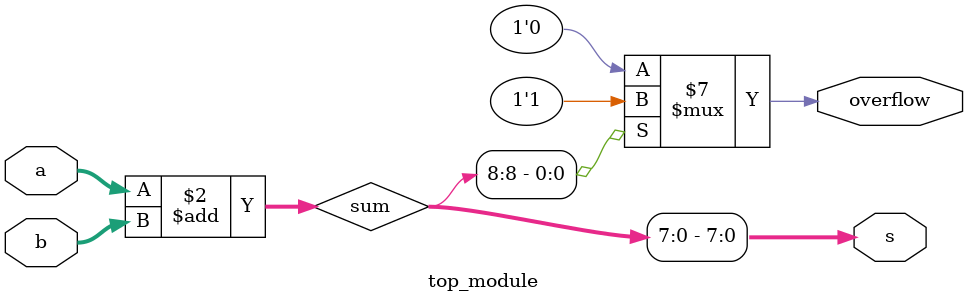
<source format=sv>
module top_module (
    input [7:0] a,
    input [7:0] b,
    output reg [7:0] s,
    output reg overflow
);

    // Internal Signal to hold intermediate addition result
    reg signed [8:0] sum;

    always @* begin
        // Perform addition
        sum = a + b;

        // Check for overflow
        if (sum[8] == 1 || sum[8] == -1)
            overflow = 1;
        else
            overflow = 0;

        // Assign sum to output s[7:0]
        s = sum[7:0];
    end

endmodule

</source>
